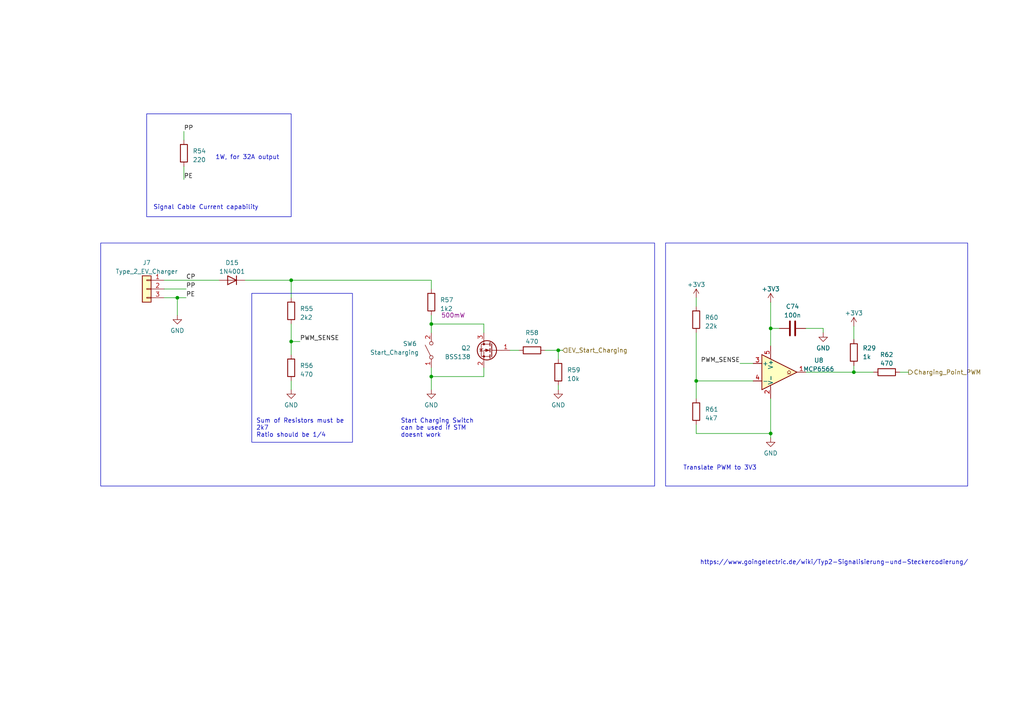
<source format=kicad_sch>
(kicad_sch (version 20250114) (generator "eeschema") (generator_version "9.0")
  (paper "A4")
  (lib_symbols
    (symbol "Comparator:MCP6566" (pin_names (offset 0.127))
      (property "Reference" "U" (at 0 5.08 0))
      (property "Value" "MCP6566" (at 0 -5.08 0))
      (symbol "MCP6566_0_1"
        (polyline (pts (xy -5.08 5.08) (xy 5.08 0) (xy -5.08 -5.08) (xy -5.08 5.08)) (stroke (width 0.254)) (fill (type background)))
        (polyline (pts (xy 3.302 -0.508) (xy 2.794 -0.508) (xy 3.302 0) (xy 2.794 0.508) (xy 2.286 0) (xy 2.794 -0.508) (xy 2.286 -0.508)) (stroke (width 0.127)))
        (pin power_in line (at -2.54 7.62 270) (length 3.81) (name "V+") (number "5"))
        (pin power_in line (at -2.54 -7.62 90) (length 3.81) (name "V-") (number "2"))
      )
      (symbol "MCP6566_1_1"
        (pin input line (at -7.62 2.54 0) (length 2.54) (name "+") (number "3"))
        (pin input line (at -7.62 -2.54 0) (length 2.54) (name "-") (number "4"))
        (pin open_collector line (at 7.62 0 180) (length 2.54) (name "~") (number "1"))
      )
    )
    (symbol "Connector_Generic:Conn_01x03" (pin_names (offset 1.016) (hide yes))
      (property "Reference" "J" (at 0 5.08 0))
      (property "Value" "Conn_01x03" (at 0 -5.08 0))
      (symbol "Conn_01x03_1_1"
        (rectangle (start -1.27 3.81) (end 1.27 -3.81) (stroke (width 0.254)) (fill (type background)))
        (rectangle (start -1.27 2.667) (end 0 2.413) (stroke (width 0.1524)))
        (rectangle (start -1.27 0.127) (end 0 -0.127) (stroke (width 0.1524)))
        (rectangle (start -1.27 -2.413) (end 0 -2.667) (stroke (width 0.1524)))
        (pin passive line (at -5.08 2.54 0) (length 3.81) (name "Pin_1") (number "1"))
        (pin passive line (at -5.08 0 0) (length 3.81) (name "Pin_2") (number "2"))
        (pin passive line (at -5.08 -2.54 0) (length 3.81) (name "Pin_3") (number "3"))
      )
    )
    (symbol "Device:C" (pin_numbers (hide yes)) (pin_names (offset 0.254))
      (property "Reference" "C" (at 0.635 2.54 0))
      (property "Value" "C" (at 0.635 -2.54 0))
      (symbol "C_0_1"
        (polyline (pts (xy -2.032 0.762) (xy 2.032 0.762)) (stroke (width 0.508)))
        (polyline (pts (xy -2.032 -0.762) (xy 2.032 -0.762)) (stroke (width 0.508)))
      )
      (symbol "C_1_1"
        (pin passive line (at 0 3.81 270) (length 2.794) (name "~") (number "1"))
        (pin passive line (at 0 -3.81 90) (length 2.794) (name "~") (number "2"))
      )
    )
    (symbol "Device:R" (pin_numbers (hide yes)) (pin_names (offset 0))
      (property "Reference" "R" (at 2.032 0 90))
      (property "Value" "R" (at 0 0 90))
      (symbol "R_0_1"
        (rectangle (start -1.016 -2.54) (end 1.016 2.54) (stroke (width 0.254)))
      )
      (symbol "R_1_1"
        (pin passive line (at 0 3.81 270) (length 1.27) (name "~") (number "1"))
        (pin passive line (at 0 -3.81 90) (length 1.27) (name "~") (number "2"))
      )
    )
    (symbol "Diode:1N4001" (pin_numbers (hide yes)) (pin_names (hide yes))
      (property "Reference" "D" (at 0 2.54 0))
      (property "Value" "1N4001" (at 0 -2.54 0))
      (symbol "1N4001_0_1"
        (polyline (pts (xy -1.27 1.27) (xy -1.27 -1.27)) (stroke (width 0.254)))
        (polyline (pts (xy 1.27 1.27) (xy 1.27 -1.27) (xy -1.27 0) (xy 1.27 1.27)) (stroke (width 0.254)))
        (polyline (pts (xy 1.27 0) (xy -1.27 0)))
      )
      (symbol "1N4001_1_1"
        (pin passive line (at -3.81 0 0) (length 2.54) (name "K") (number "1"))
        (pin passive line (at 3.81 0 180) (length 2.54) (name "A") (number "2"))
      )
    )
    (symbol "Switch:SW_SPST" (pin_names (offset 0) (hide yes))
      (property "Reference" "SW" (at 0 3.175 0))
      (property "Value" "SW_SPST" (at 0 -2.54 0))
      (symbol "SW_SPST_0_0"
        (circle (center -2.032 0) (radius 0.508))
        (polyline (pts (xy -1.524 0.254) (xy 1.524 1.778)))
        (circle (center 2.032 0) (radius 0.508))
      )
      (symbol "SW_SPST_1_1"
        (pin passive line (at -5.08 0 0) (length 2.54) (name "A") (number "1"))
        (pin passive line (at 5.08 0 180) (length 2.54) (name "B") (number "2"))
      )
    )
    (symbol "Transistor_FET:BSS138" (pin_names (hide yes))
      (property "Reference" "Q" (at 5.08 1.905 0))
      (property "Value" "BSS138" (at 5.08 0 0))
      (symbol "BSS138_0_1"
        (polyline (pts (xy 0.254 1.905) (xy 0.254 -1.905)) (stroke (width 0.254)))
        (polyline (pts (xy 0.254 0) (xy -2.54 0)))
        (polyline (pts (xy 0.762 2.286) (xy 0.762 1.27)) (stroke (width 0.254)))
        (polyline (pts (xy 0.762 0.508) (xy 0.762 -0.508)) (stroke (width 0.254)))
        (polyline (pts (xy 0.762 -1.27) (xy 0.762 -2.286)) (stroke (width 0.254)))
        (polyline (pts (xy 0.762 -1.778) (xy 3.302 -1.778) (xy 3.302 1.778) (xy 0.762 1.778)))
        (polyline (pts (xy 1.016 0) (xy 2.032 0.381) (xy 2.032 -0.381) (xy 1.016 0)) (fill (type outline)))
        (circle (center 1.651 0) (radius 2.794) (stroke (width 0.254)))
        (polyline (pts (xy 2.54 2.54) (xy 2.54 1.778)))
        (circle (center 2.54 1.778) (radius 0.254) (fill (type outline)))
        (circle (center 2.54 -1.778) (radius 0.254) (fill (type outline)))
        (polyline (pts (xy 2.54 -2.54) (xy 2.54 0) (xy 0.762 0)))
        (polyline (pts (xy 2.794 0.508) (xy 2.921 0.381) (xy 3.683 0.381) (xy 3.81 0.254)))
        (polyline (pts (xy 3.302 0.381) (xy 2.921 -0.254) (xy 3.683 -0.254) (xy 3.302 0.381)))
      )
      (symbol "BSS138_1_1"
        (pin input line (at -5.08 0 0) (length 2.54) (name "G") (number "1"))
        (pin passive line (at 2.54 5.08 270) (length 2.54) (name "D") (number "3"))
        (pin passive line (at 2.54 -5.08 90) (length 2.54) (name "S") (number "2"))
      )
    )
    (symbol "power:+3V3" (power) (pin_numbers (hide yes)) (pin_names (offset 0) (hide yes))
      (property "Value" "+3V3" (at 0 3.556 0))
      (symbol "+3V3_0_1"
        (polyline (pts (xy -0.762 1.27) (xy 0 2.54)))
        (polyline (pts (xy 0 2.54) (xy 0.762 1.27)))
        (polyline (pts (xy 0 0) (xy 0 2.54)))
      )
      (symbol "+3V3_1_1"
        (pin power_in line (at 0 0 90) (length 0) (name "~") (number "1"))
      )
    )
    (symbol "power:GND" (power) (pin_numbers (hide yes)) (pin_names (offset 0) (hide yes))
      (property "Value" "GND" (at 0 -3.81 0))
      (symbol "GND_0_1"
        (polyline (pts (xy 0 0) (xy 0 -1.27) (xy 1.27 -1.27) (xy 0 -2.54) (xy -1.27 -1.27) (xy 0 -1.27)))
      )
      (symbol "GND_1_1"
        (pin power_in line (at 0 0 270) (length 0) (name "~") (number "1"))
      )
    )
  )
  (rectangle (start 29.21 70.485) (end 189.865 140.97))
  (rectangle (start 42.545 33.02) (end 84.455 62.865))
  (rectangle (start 73.025 85.09) (end 102.235 128.27))
  (rectangle (start 193.04 70.485) (end 280.67 140.97))
  (text "Start Charging Switch \ncan be used if STM\ndoesnt work" (at 116.205 127 0) (effects (font (size 1.27 1.27)) (justify left bottom)))
  (text "Sum of Resistors must be \n2k7\nRatio should be 1/4" (at 74.295 127 0) (effects (font (size 1.27 1.27)) (justify left bottom)))
  (text "1W, for 32A output" (at 71.755 45.72 0) (effects (font (size 1.27 1.27))))
  (text "Translate PWM to 3V3" (at 198.12 136.525 0) (effects (font (size 1.27 1.27)) (justify left bottom)))
  (text "Signal Cable Current capability" (at 44.45 60.96 0) (effects (font (size 1.27 1.27)) (justify left bottom)))
  (text "https://www.goingelectric.de/wiki/Typ2-Signalisierung-und-Steckercodierung/" (at 241.935 163.195 0) (effects (font (size 1.27 1.27))))
  (junction (at 51.435 86.36))
  (junction (at 125.095 93.98))
  (junction (at 223.52 95.25))
  (junction (at 201.93 110.49))
  (junction (at 161.925 101.6))
  (junction (at 84.455 81.28))
  (junction (at 84.455 99.06))
  (junction (at 247.65 107.95))
  (junction (at 223.52 125.73))
  (junction (at 125.095 109.22))
  (wire (pts (xy 161.925 111.76) (xy 161.925 113.03)))
  (wire (pts (xy 84.455 81.28) (xy 84.455 86.36)))
  (wire (pts (xy 214.63 105.41) (xy 218.44 105.41)))
  (wire (pts (xy 161.925 101.6) (xy 161.925 104.14)))
  (wire (pts (xy 125.095 96.52) (xy 125.095 93.98)))
  (wire (pts (xy 233.68 107.95) (xy 247.65 107.95)))
  (wire (pts (xy 53.34 48.26) (xy 53.34 52.07)))
  (wire (pts (xy 84.455 81.28) (xy 125.095 81.28)))
  (wire (pts (xy 223.52 125.73) (xy 223.52 127)))
  (wire (pts (xy 201.93 86.36) (xy 201.93 88.9)))
  (wire (pts (xy 84.455 99.06) (xy 84.455 102.87)))
  (wire (pts (xy 125.095 106.68) (xy 125.095 109.22)))
  (wire (pts (xy 125.095 93.98) (xy 125.095 91.44)))
  (wire (pts (xy 247.65 106.045) (xy 247.65 107.95)))
  (wire (pts (xy 223.52 95.25) (xy 226.06 95.25)))
  (wire (pts (xy 223.52 115.57) (xy 223.52 125.73)))
  (wire (pts (xy 125.095 109.22) (xy 125.095 113.03)))
  (wire (pts (xy 247.65 94.615) (xy 247.65 98.425)))
  (wire (pts (xy 247.65 107.95) (xy 253.365 107.95)))
  (wire (pts (xy 161.925 101.6) (xy 163.195 101.6)))
  (wire (pts (xy 125.095 81.28) (xy 125.095 83.82)))
  (wire (pts (xy 84.455 110.49) (xy 84.455 113.03)))
  (wire (pts (xy 140.335 93.98) (xy 125.095 93.98)))
  (wire (pts (xy 223.52 95.25) (xy 223.52 100.33)))
  (wire (pts (xy 147.955 101.6) (xy 150.495 101.6)))
  (wire (pts (xy 218.44 110.49) (xy 201.93 110.49)))
  (wire (pts (xy 51.435 86.36) (xy 53.975 86.36)))
  (wire (pts (xy 51.435 86.36) (xy 51.435 91.44)))
  (wire (pts (xy 223.52 87.63) (xy 223.52 95.25)))
  (wire (pts (xy 71.12 81.28) (xy 84.455 81.28)))
  (wire (pts (xy 47.625 83.82) (xy 53.975 83.82)))
  (wire (pts (xy 84.455 99.06) (xy 86.995 99.06)))
  (wire (pts (xy 125.095 109.22) (xy 140.335 109.22)))
  (wire (pts (xy 84.455 93.98) (xy 84.455 99.06)))
  (wire (pts (xy 53.34 38.1) (xy 53.34 40.64)))
  (wire (pts (xy 47.625 86.36) (xy 51.435 86.36)))
  (wire (pts (xy 140.335 96.52) (xy 140.335 93.98)))
  (wire (pts (xy 47.625 81.28) (xy 63.5 81.28)))
  (wire (pts (xy 263.525 107.95) (xy 260.985 107.95)))
  (wire (pts (xy 140.335 109.22) (xy 140.335 106.68)))
  (wire (pts (xy 201.93 123.19) (xy 201.93 125.73)))
  (wire (pts (xy 201.93 96.52) (xy 201.93 110.49)))
  (wire (pts (xy 158.115 101.6) (xy 161.925 101.6)))
  (wire (pts (xy 201.93 110.49) (xy 201.93 115.57)))
  (wire (pts (xy 238.76 96.52) (xy 238.76 95.25)))
  (wire (pts (xy 238.76 95.25) (xy 233.68 95.25)))
  (wire (pts (xy 201.93 125.73) (xy 223.52 125.73)))
  (label "PE" (at 53.975 86.36 0))
  (label "PE" (at 53.34 52.07 0))
  (label "PWM_SENSE" (at 214.63 105.41 180))
  (label "PP" (at 53.975 83.82 0))
  (label "PP" (at 53.34 38.1 0))
  (label "PWM_SENSE" (at 86.995 99.06 0))
  (label "CP" (at 53.975 81.28 0))
  (hierarchical_label "Charging_Point_PWM" (shape output) (at 263.525 107.95 0))
  (hierarchical_label "EV_Start_Charging" (shape input) (at 163.195 101.6 0))
  (symbol (lib_id "Comparator:MCP6566") (at 226.06 107.95 0) (unit 1)
    (property "Reference" "U8" (at 237.49 104.5211 0))
    (property "Value" "MCP6566" (at 237.49 107.0611 0))
    (property "Footprint" "Package_TO_SOT_SMD:SOT-23-5" (effects (hide yes)))
    (property "Datasheet" "http://ww1.microchip.com/downloads/en/DeviceDoc/MCP6566-6R-6U-7-9-1.8V-Low-Power-Open-Drain-Output-Comparator-DS20002143G.pdf" (effects (hide yes)))
    (instances (project "FT25-Charger" (path "" (reference "U8") (unit 1))) (project "EV_Emulator" (path "" (reference "U2") (unit 1))) (project "FT23_Charger" (path "" (reference "U3") (unit 1))))
  )
  (symbol (lib_id "Device:R") (at 84.455 90.17 0) (unit 1)
    (property "Reference" "R55" (at 86.995 89.535 0) (effects (justify left)))
    (property "Value" "2k2" (at 86.995 92.075 0) (effects (justify left)))
    (property "Footprint" "Resistor_SMD:R_0805_2012Metric" (effects (hide yes)))
    (instances (project "FT25-Charger" (path "" (reference "R55") (unit 1))) (project "EV_Emulator" (path "" (reference "R2") (unit 1))) (project "FT23_Charger" (path "" (reference "R17") (unit 1))))
  )
  (symbol (lib_id "Switch:SW_SPST") (at 125.095 101.6 90) (unit 1)
    (property "Reference" "SW6" (at 116.84 99.695 90) (effects (justify right)))
    (property "Value" "Start_Charging" (at 107.315 102.235 90) (effects (justify right)))
    (property "Footprint" "FaSTTUBe_connectors:Micro_Mate-N-Lok_2p_vertical" (effects (hide yes)))
    (property "Description" "Single Pole Single Throw (SPST) switch" (effects (hide yes)))
  )
  (symbol (lib_id "power:GND") (at 84.455 113.03 0) (unit 1)
    (property "Reference" "#PWR0106" (effects (hide yes)))
    (property "Value" "GND" (at 84.455 117.475 0))
    (property "Description" "Power symbol creates a global label with name \"GND\" , ground" (effects (hide yes)))
    (instances (project "FT25-Charger" (path "" (reference "#PWR0106") (unit 1))) (project "FT23_Charger" (path "" (reference "#PWR030") (unit 1))))
  )
  (symbol (lib_id "Device:R") (at 247.65 102.235 180) (unit 1)
    (property "Reference" "R29" (at 250.19 100.9649 0) (effects (justify right)))
    (property "Value" "1k" (at 250.19 103.5049 0) (effects (justify right)))
    (property "Footprint" "Resistor_SMD:R_0603_1608Metric" (effects (hide yes)))
  )
  (symbol (lib_id "power:GND") (at 51.435 91.44 0) (unit 1)
    (property "Reference" "#PWR0105" (effects (hide yes)))
    (property "Value" "GND" (at 51.435 95.885 0))
    (property "Description" "Power symbol creates a global label with name \"GND\" , ground" (effects (hide yes)))
    (instances (project "FT25-Charger" (path "" (reference "#PWR0105") (unit 1))) (project "FT23_Charger" (path "" (reference "#PWR028") (unit 1))))
  )
  (symbol (lib_id "power:GND") (at 223.52 127 0) (unit 1)
    (property "Reference" "#PWR0111" (effects (hide yes)))
    (property "Value" "GND" (at 223.52 131.445 0))
    (property "Description" "Power symbol creates a global label with name \"GND\" , ground" (effects (hide yes)))
    (instances (project "FT25-Charger" (path "" (reference "#PWR0111") (unit 1))) (project "FT23_Charger" (path "" (reference "#PWR036") (unit 1))))
  )
  (symbol (lib_id "Device:C") (at 229.87 95.25 270) (unit 1)
    (property "Reference" "C74" (at 229.87 88.9 90))
    (property "Value" "100n" (at 229.87 91.44 90))
    (property "Footprint" "Capacitor_SMD:C_0603_1608Metric" (effects (hide yes)))
    (instances (project "FT25-Charger" (path "" (reference "C74") (unit 1))) (project "EV_Emulator" (path "" (reference "C1") (unit 1))) (project "FT23_Charger" (path "" (reference "C12") (unit 1))))
  )
  (symbol (lib_id "Device:R") (at 84.455 106.68 0) (unit 1)
    (property "Reference" "R56" (at 86.995 106.045 0) (effects (justify left)))
    (property "Value" "470" (at 86.995 108.585 0) (effects (justify left)))
    (property "Footprint" "Resistor_SMD:R_0805_2012Metric" (effects (hide yes)))
    (instances (project "FT25-Charger" (path "" (reference "R56") (unit 1))) (project "EV_Emulator" (path "" (reference "R6") (unit 1))) (project "FT23_Charger" (path "" (reference "R18") (unit 1))))
  )
  (symbol (lib_id "power:+3V3") (at 223.52 87.63 0) (unit 1)
    (property "Reference" "#PWR0110" (effects (hide yes)))
    (property "Value" "+3V3" (at 223.52 83.82 0))
    (property "Description" "Power symbol creates a global label with name \"+3V3\"" (effects (hide yes)))
    (instances (project "FT25-Charger" (path "" (reference "#PWR0110") (unit 1))) (project "EV_Emulator" (path "" (reference "#PWR011") (unit 1))) (project "FT23_Charger" (path "" (reference "#PWR033") (unit 1))))
  )
  (symbol (lib_id "Diode:1N4001") (at 67.31 81.28 180) (unit 1)
    (property "Reference" "D15" (at 67.31 76.2 0))
    (property "Value" "1N4001" (at 67.31 78.74 0))
    (property "Footprint" "Diode_SMD:D_SOD-123" (effects (hide yes)))
    (property "Datasheet" "http://www.vishay.com/docs/88503/1n4001.pdf" (effects (hide yes)))
    (property "Sim.Device" "D" (effects (hide yes)))
    (property "Sim.Pins" "1=K 2=A" (effects (hide yes)))
    (instances (project "FT25-Charger" (path "" (reference "D15") (unit 1))) (project "EV_Emulator" (path "" (reference "D1") (unit 1))) (project "FT23_Charger" (path "" (reference "D4") (unit 1))))
  )
  (symbol (lib_id "Device:R") (at 201.93 92.71 0) (unit 1)
    (property "Reference" "R60" (at 204.47 92.075 0) (effects (justify left)))
    (property "Value" "22k" (at 204.47 94.615 0) (effects (justify left)))
    (property "Footprint" "Resistor_SMD:R_0603_1608Metric" (effects (hide yes)))
    (instances (project "FT25-Charger" (path "" (reference "R60") (unit 1))) (project "EV_Emulator" (path "" (reference "R7") (unit 1))) (project "FT23_Charger" (path "" (reference "R23") (unit 1))))
  )
  (symbol (lib_id "Device:R") (at 125.095 87.63 0) (unit 1)
    (property "Reference" "R57" (at 127.635 86.995 0) (effects (justify left)))
    (property "Value" "1k2" (at 127.635 89.535 0) (effects (justify left)))
    (property "Footprint" "Resistor_SMD:R_1206_3216Metric" (effects (hide yes)))
    (property "Power" "500mW" (at 131.445 91.44 0))
    (instances (project "FT25-Charger" (path "" (reference "R57") (unit 1))) (project "EV_Emulator" (path "" (reference "R3") (unit 1))) (project "FT23_Charger" (path "" (reference "R19") (unit 1))))
  )
  (symbol (lib_id "Transistor_FET:BSS138") (at 142.875 101.6 0) (mirror y) (unit 1)
    (property "Reference" "Q2" (at 136.525 100.965 0) (effects (justify left)))
    (property "Value" "BSS138" (at 136.525 103.505 0) (effects (justify left)))
    (property "Footprint" "Package_TO_SOT_SMD:SOT-23" (effects (hide yes)))
    (property "Datasheet" "https://www.onsemi.com/pub/Collateral/BSS138-D.PDF" (effects (hide yes)))
    (property "Description" "50V Vds, 0.22A Id, N-Channel MOSFET, SOT-23" (effects (hide yes)))
    (instances (project "FT25-Charger" (path "" (reference "Q2") (unit 1))) (project "EV_Emulator" (path "" (reference "Q1") (unit 1))) (project "FT23_Charger" (path "" (reference "Q1") (unit 1))))
  )
  (symbol (lib_id "Device:R") (at 257.175 107.95 90) (unit 1)
    (property "Reference" "R62" (at 257.175 102.87 90))
    (property "Value" "470" (at 257.175 105.41 90))
    (property "Footprint" "Resistor_SMD:R_0603_1608Metric" (effects (hide yes)))
    (instances (project "FT25-Charger" (path "" (reference "R62") (unit 1))) (project "EV_Emulator" (path "" (reference "R13") (unit 1))) (project "FT23_Charger" (path "" (reference "R25") (unit 1))))
  )
  (symbol (lib_id "Device:R") (at 201.93 119.38 0) (unit 1)
    (property "Reference" "R61" (at 204.47 118.745 0) (effects (justify left)))
    (property "Value" "4k7" (at 204.47 121.285 0) (effects (justify left)))
    (property "Footprint" "Resistor_SMD:R_0603_1608Metric" (effects (hide yes)))
    (instances (project "FT25-Charger" (path "" (reference "R61") (unit 1))) (project "EV_Emulator" (path "" (reference "R8") (unit 1))) (project "FT23_Charger" (path "" (reference "R24") (unit 1))))
  )
  (symbol (lib_id "Connector_Generic:Conn_01x03") (at 42.545 83.82 0) (mirror y) (unit 1)
    (property "Reference" "J7" (at 42.545 76.2 0))
    (property "Value" "Type_2_EV_Charger" (at 42.545 78.74 0))
    (property "Footprint" "FaSTTUBe_connectors:Micro_Mate-N-Lok_3p_vertical" (effects (hide yes)))
    (instances (project "FT25-Charger" (path "" (reference "J7") (unit 1))) (project "EV_Emulator" (path "" (reference "J1") (unit 1))) (project "FT23_Charger" (path "" (reference "J2") (unit 1))))
  )
  (symbol (lib_id "power:GND") (at 238.76 96.52 0) (unit 1)
    (property "Reference" "#PWR0112" (effects (hide yes)))
    (property "Value" "GND" (at 238.76 100.965 0))
    (property "Description" "Power symbol creates a global label with name \"GND\" , ground" (effects (hide yes)))
    (instances (project "FT25-Charger" (path "" (reference "#PWR0112") (unit 1))) (project "FT23_Charger" (path "" (reference "#PWR031") (unit 1))))
  )
  (symbol (lib_id "power:GND") (at 125.095 113.03 0) (unit 1)
    (property "Reference" "#PWR0107" (effects (hide yes)))
    (property "Value" "GND" (at 125.095 117.475 0))
    (property "Description" "Power symbol creates a global label with name \"GND\" , ground" (effects (hide yes)))
    (instances (project "FT25-Charger" (path "" (reference "#PWR0107") (unit 1))) (project "FT23_Charger" (path "" (reference "#PWR029") (unit 1))))
  )
  (symbol (lib_id "Device:R") (at 161.925 107.95 0) (unit 1)
    (property "Reference" "R59" (at 164.465 107.315 0) (effects (justify left)))
    (property "Value" "10k" (at 164.465 109.855 0) (effects (justify left)))
    (property "Footprint" "Resistor_SMD:R_0603_1608Metric" (effects (hide yes)))
    (instances (project "FT25-Charger" (path "" (reference "R59") (unit 1))) (project "EV_Emulator" (path "" (reference "R5") (unit 1))) (project "FT23_Charger" (path "" (reference "R21") (unit 1))))
  )
  (symbol (lib_id "Device:R") (at 53.34 44.45 0) (unit 1)
    (property "Reference" "R54" (at 55.88 43.815 0) (effects (justify left)))
    (property "Value" "220" (at 55.88 46.355 0) (effects (justify left)))
    (property "Footprint" "Resistor_SMD:R_1206_3216Metric" (effects (hide yes)))
    (property "Description" "CRM1206-FX-2200ELF" (effects (hide yes)))
    (property "Power" "1W" (effects (hide yes)))
    (instances (project "FT25-Charger" (path "" (reference "R54") (unit 1))) (project "EV_Emulator" (path "" (reference "R1") (unit 1))) (project "FT23_Charger" (path "" (reference "R22") (unit 1))))
  )
  (symbol (lib_id "power:GND") (at 161.925 113.03 0) (unit 1)
    (property "Reference" "#PWR0108" (effects (hide yes)))
    (property "Value" "GND" (at 161.925 117.475 0))
    (property "Description" "Power symbol creates a global label with name \"GND\" , ground" (effects (hide yes)))
    (instances (project "FT25-Charger" (path "" (reference "#PWR0108") (unit 1))) (project "FT23_Charger" (path "" (reference "#PWR034") (unit 1))))
  )
  (symbol (lib_id "power:+3V3") (at 201.93 86.36 0) (unit 1)
    (property "Reference" "#PWR0109" (effects (hide yes)))
    (property "Value" "+3V3" (at 201.93 82.55 0))
    (property "Description" "Power symbol creates a global label with name \"+3V3\"" (effects (hide yes)))
    (instances (project "FT25-Charger" (path "" (reference "#PWR0109") (unit 1))) (project "EV_Emulator" (path "" (reference "#PWR014") (unit 1))) (project "FT23_Charger" (path "" (reference "#PWR032") (unit 1))))
  )
  (symbol (lib_id "power:+3V3") (at 247.65 94.615 0) (unit 1)
    (property "Reference" "#PWR0170" (effects (hide yes)))
    (property "Value" "+3V3" (at 247.65 90.805 0))
    (property "Description" "Power symbol creates a global label with name \"+3V3\"" (effects (hide yes)))
  )
  (symbol (lib_id "Device:R") (at 154.305 101.6 270) (unit 1)
    (property "Reference" "R58" (at 154.305 96.52 90))
    (property "Value" "470" (at 154.305 99.06 90))
    (property "Footprint" "Resistor_SMD:R_0603_1608Metric" (effects (hide yes)))
    (instances (project "FT25-Charger" (path "" (reference "R58") (unit 1))) (project "EV_Emulator" (path "" (reference "R4") (unit 1))) (project "FT23_Charger" (path "" (reference "R20") (unit 1))))
  )
)
</source>
